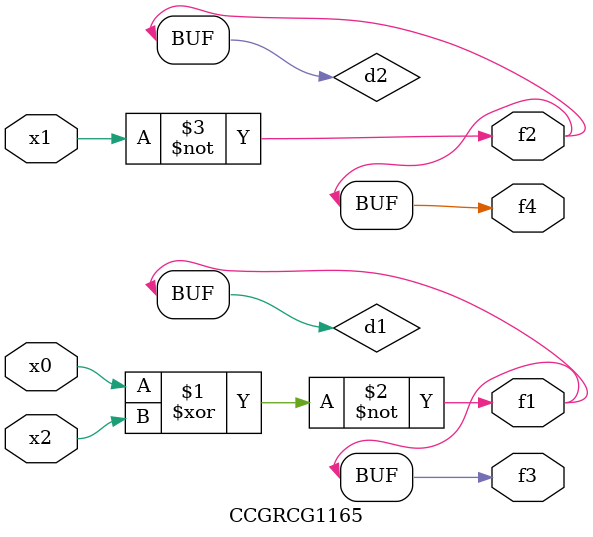
<source format=v>
module CCGRCG1165(
	input x0, x1, x2,
	output f1, f2, f3, f4
);

	wire d1, d2, d3;

	xnor (d1, x0, x2);
	nand (d2, x1);
	nor (d3, x1, x2);
	assign f1 = d1;
	assign f2 = d2;
	assign f3 = d1;
	assign f4 = d2;
endmodule

</source>
